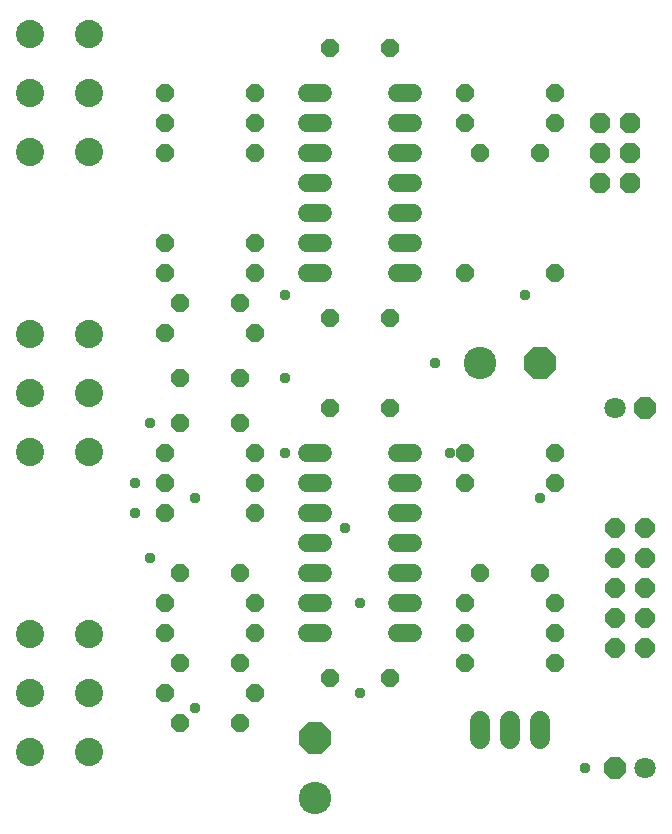
<source format=gts>
G04 EAGLE Gerber RS-274X export*
G75*
%MOMM*%
%FSLAX34Y34*%
%LPD*%
%INSoldermask Top*%
%IPPOS*%
%AMOC8*
5,1,8,0,0,1.08239X$1,22.5*%
G01*
%ADD10C,1.524000*%
%ADD11C,2.387600*%
%ADD12P,1.649562X8X202.500000*%
%ADD13P,1.649562X8X22.500000*%
%ADD14P,1.869504X8X292.500000*%
%ADD15P,1.951982X8X22.500000*%
%ADD16C,1.803400*%
%ADD17P,1.951982X8X202.500000*%
%ADD18P,1.759533X8X112.500000*%
%ADD19C,2.743200*%
%ADD20P,2.969212X8X22.500000*%
%ADD21P,2.969212X8X112.500000*%
%ADD22C,1.727200*%
%ADD23C,0.959600*%


D10*
X349504Y476250D02*
X336296Y476250D01*
X336296Y501650D02*
X349504Y501650D01*
X349504Y628650D02*
X336296Y628650D01*
X273304Y628650D02*
X260096Y628650D01*
X336296Y527050D02*
X349504Y527050D01*
X349504Y552450D02*
X336296Y552450D01*
X336296Y603250D02*
X349504Y603250D01*
X349504Y577850D02*
X336296Y577850D01*
X273304Y603250D02*
X260096Y603250D01*
X260096Y577850D02*
X273304Y577850D01*
X273304Y552450D02*
X260096Y552450D01*
X260096Y527050D02*
X273304Y527050D01*
X273304Y501650D02*
X260096Y501650D01*
X260096Y476250D02*
X273304Y476250D01*
D11*
X25400Y678650D03*
X25400Y628650D03*
X25400Y578650D03*
X75400Y678650D03*
X75400Y628650D03*
X75400Y578650D03*
X25400Y424650D03*
X25400Y374650D03*
X25400Y324650D03*
X75400Y424650D03*
X75400Y374650D03*
X75400Y324650D03*
X25400Y170650D03*
X25400Y120650D03*
X25400Y70650D03*
X75400Y170650D03*
X75400Y120650D03*
X75400Y70650D03*
D10*
X336296Y171450D02*
X349504Y171450D01*
X349504Y196850D02*
X336296Y196850D01*
X336296Y323850D02*
X349504Y323850D01*
X273304Y323850D02*
X260096Y323850D01*
X336296Y222250D02*
X349504Y222250D01*
X349504Y247650D02*
X336296Y247650D01*
X336296Y298450D02*
X349504Y298450D01*
X349504Y273050D02*
X336296Y273050D01*
X273304Y298450D02*
X260096Y298450D01*
X260096Y273050D02*
X273304Y273050D01*
X273304Y247650D02*
X260096Y247650D01*
X260096Y222250D02*
X273304Y222250D01*
X273304Y196850D02*
X260096Y196850D01*
X260096Y171450D02*
X273304Y171450D01*
D12*
X469900Y476250D03*
X393700Y476250D03*
D13*
X139700Y577850D03*
X215900Y577850D03*
X393700Y603250D03*
X469900Y603250D03*
D14*
X533400Y603250D03*
X533400Y577850D03*
X533400Y552450D03*
X508000Y603250D03*
X508000Y577850D03*
X508000Y552450D03*
D15*
X546100Y361950D03*
D16*
X520700Y361950D03*
D17*
X520700Y57150D03*
D16*
X546100Y57150D03*
D18*
X546100Y158750D03*
X520700Y158750D03*
X546100Y184150D03*
X520700Y184150D03*
X546100Y209550D03*
X520700Y209550D03*
X546100Y234950D03*
X520700Y234950D03*
X546100Y260350D03*
X520700Y260350D03*
D12*
X330200Y133350D03*
X279400Y133350D03*
D13*
X279400Y361950D03*
X330200Y361950D03*
D12*
X330200Y438150D03*
X279400Y438150D03*
D13*
X279400Y666750D03*
X330200Y666750D03*
D12*
X457200Y577850D03*
X406400Y577850D03*
X203200Y146050D03*
X152400Y146050D03*
D13*
X139700Y120650D03*
X215900Y120650D03*
X393700Y628650D03*
X469900Y628650D03*
D12*
X215900Y425450D03*
X139700Y425450D03*
D13*
X393700Y196850D03*
X469900Y196850D03*
X152400Y387350D03*
X203200Y387350D03*
X406400Y222250D03*
X457200Y222250D03*
D19*
X406400Y400050D03*
D20*
X457200Y400050D03*
D13*
X393700Y298450D03*
X469900Y298450D03*
X393700Y323850D03*
X469900Y323850D03*
D12*
X469900Y171450D03*
X393700Y171450D03*
X215900Y603250D03*
X139700Y603250D03*
D13*
X139700Y628650D03*
X215900Y628650D03*
D12*
X215900Y501650D03*
X139700Y501650D03*
X215900Y476250D03*
X139700Y476250D03*
X215900Y298450D03*
X139700Y298450D03*
D13*
X139700Y273050D03*
X215900Y273050D03*
D12*
X215900Y323850D03*
X139700Y323850D03*
X215900Y196850D03*
X139700Y196850D03*
X215900Y171450D03*
X139700Y171450D03*
X469900Y146050D03*
X393700Y146050D03*
D19*
X266700Y31750D03*
D21*
X266700Y82550D03*
D12*
X203200Y222250D03*
X152400Y222250D03*
X203200Y95250D03*
X152400Y95250D03*
D13*
X152400Y349250D03*
X203200Y349250D03*
D12*
X203200Y450850D03*
X152400Y450850D03*
D22*
X457200Y96520D02*
X457200Y81280D01*
X431800Y81280D02*
X431800Y96520D01*
X406400Y96520D02*
X406400Y81280D01*
D23*
X292100Y260350D03*
X495300Y57150D03*
X241300Y387350D03*
X241300Y457200D03*
X444500Y457200D03*
X127000Y349250D03*
X127000Y234950D03*
X165100Y285750D03*
X457200Y285750D03*
X304800Y196850D03*
X304800Y120650D03*
X368300Y400050D03*
X381000Y323850D03*
X114300Y273050D03*
X114300Y298450D03*
X241300Y323850D03*
X165100Y107950D03*
M02*

</source>
